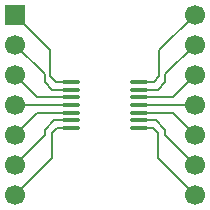
<source format=gbr>
%TF.GenerationSoftware,KiCad,Pcbnew,9.0.3*%
%TF.CreationDate,2025-09-11T11:03:10-04:00*%
%TF.ProjectId,14TSSOPBreakout,31345453-534f-4504-9272-65616b6f7574,rev?*%
%TF.SameCoordinates,Original*%
%TF.FileFunction,Copper,L1,Top*%
%TF.FilePolarity,Positive*%
%FSLAX46Y46*%
G04 Gerber Fmt 4.6, Leading zero omitted, Abs format (unit mm)*
G04 Created by KiCad (PCBNEW 9.0.3) date 2025-09-11 11:03:10*
%MOMM*%
%LPD*%
G01*
G04 APERTURE LIST*
G04 Aperture macros list*
%AMRoundRect*
0 Rectangle with rounded corners*
0 $1 Rounding radius*
0 $2 $3 $4 $5 $6 $7 $8 $9 X,Y pos of 4 corners*
0 Add a 4 corners polygon primitive as box body*
4,1,4,$2,$3,$4,$5,$6,$7,$8,$9,$2,$3,0*
0 Add four circle primitives for the rounded corners*
1,1,$1+$1,$2,$3*
1,1,$1+$1,$4,$5*
1,1,$1+$1,$6,$7*
1,1,$1+$1,$8,$9*
0 Add four rect primitives between the rounded corners*
20,1,$1+$1,$2,$3,$4,$5,0*
20,1,$1+$1,$4,$5,$6,$7,0*
20,1,$1+$1,$6,$7,$8,$9,0*
20,1,$1+$1,$8,$9,$2,$3,0*%
G04 Aperture macros list end*
%TA.AperFunction,ComponentPad*%
%ADD10C,1.700000*%
%TD*%
%TA.AperFunction,ComponentPad*%
%ADD11R,1.700000X1.700000*%
%TD*%
%TA.AperFunction,SMDPad,CuDef*%
%ADD12RoundRect,0.100000X-0.637500X-0.100000X0.637500X-0.100000X0.637500X0.100000X-0.637500X0.100000X0*%
%TD*%
%TA.AperFunction,Conductor*%
%ADD13C,0.200000*%
%TD*%
G04 APERTURE END LIST*
D10*
%TO.P,REF\u002A\u002A,1*%
%TO.N,N/C*%
X152400000Y-76200000D03*
%TO.P,REF\u002A\u002A,2*%
X152400000Y-78740000D03*
%TO.P,REF\u002A\u002A,3*%
X152400000Y-81280000D03*
%TO.P,REF\u002A\u002A,4*%
X152400000Y-83820000D03*
%TO.P,REF\u002A\u002A,5*%
X152400000Y-86360000D03*
%TO.P,REF\u002A\u002A,6*%
X152400000Y-88900000D03*
%TO.P,REF\u002A\u002A,7*%
X152400000Y-91440000D03*
%TD*%
D11*
%TO.P,REF\u002A\u002A,1*%
%TO.N,N/C*%
X137160000Y-76200000D03*
D10*
%TO.P,REF\u002A\u002A,2*%
X137160000Y-78740000D03*
%TO.P,REF\u002A\u002A,3*%
X137160000Y-81280000D03*
%TO.P,REF\u002A\u002A,4*%
X137160000Y-83820000D03*
%TO.P,REF\u002A\u002A,5*%
X137160000Y-86360000D03*
%TO.P,REF\u002A\u002A,6*%
X137160000Y-88900000D03*
%TO.P,REF\u002A\u002A,7*%
X137160000Y-91440000D03*
%TD*%
D12*
%TO.P,REF\u002A\u002A,1*%
%TO.N,N/C*%
X141917500Y-81870000D03*
%TO.P,REF\u002A\u002A,2*%
X141917500Y-82520000D03*
%TO.P,REF\u002A\u002A,3*%
X141917500Y-83170000D03*
%TO.P,REF\u002A\u002A,4*%
X141917500Y-83820000D03*
%TO.P,REF\u002A\u002A,5*%
X141917500Y-84470000D03*
%TO.P,REF\u002A\u002A,6*%
X141917500Y-85120000D03*
%TO.P,REF\u002A\u002A,7*%
X141917500Y-85770000D03*
%TO.P,REF\u002A\u002A,8*%
X147642500Y-85770000D03*
%TO.P,REF\u002A\u002A,9*%
X147642500Y-85120000D03*
%TO.P,REF\u002A\u002A,10*%
X147642500Y-84470000D03*
%TO.P,REF\u002A\u002A,11*%
X147642500Y-83820000D03*
%TO.P,REF\u002A\u002A,12*%
X147642500Y-83170000D03*
%TO.P,REF\u002A\u002A,13*%
X147642500Y-82520000D03*
%TO.P,REF\u002A\u002A,14*%
X147642500Y-81870000D03*
%TD*%
D13*
%TO.N,*%
X148860000Y-85770000D02*
X147632500Y-85770000D01*
X149290000Y-86200000D02*
X148860000Y-85770000D01*
X152390000Y-91440000D02*
X149290000Y-88340000D01*
X149290000Y-88340000D02*
X149290000Y-86200000D01*
X149890000Y-85900000D02*
X149110000Y-85120000D01*
X152390000Y-88900000D02*
X149890000Y-86400000D01*
X149890000Y-86400000D02*
X149890000Y-85900000D01*
X149110000Y-85120000D02*
X147632500Y-85120000D01*
X152390000Y-86360000D02*
X150500000Y-84470000D01*
X149890000Y-81900000D02*
X149270000Y-82520000D01*
X152390000Y-83820000D02*
X147632500Y-83820000D01*
X152390000Y-81280000D02*
X152390000Y-81300000D01*
X149270000Y-82520000D02*
X147632500Y-82520000D01*
X149890000Y-81240000D02*
X149890000Y-81900000D01*
X150520000Y-83170000D02*
X147632500Y-83170000D01*
X152390000Y-78740000D02*
X149890000Y-81240000D01*
X150500000Y-84470000D02*
X147632500Y-84470000D01*
X152390000Y-81300000D02*
X150520000Y-83170000D01*
X148920000Y-81870000D02*
X147632500Y-81870000D01*
X152390000Y-76200000D02*
X149390000Y-79200000D01*
X149390000Y-81400000D02*
X148920000Y-81870000D01*
X149390000Y-79200000D02*
X149390000Y-81400000D01*
X140690000Y-85770000D02*
X141917500Y-85770000D01*
X140260000Y-86200000D02*
X140690000Y-85770000D01*
X137160000Y-91440000D02*
X140260000Y-88340000D01*
X140260000Y-88340000D02*
X140260000Y-86200000D01*
X140440000Y-85120000D02*
X141917500Y-85120000D01*
X139660000Y-85900000D02*
X140440000Y-85120000D01*
X139660000Y-86400000D02*
X139660000Y-85900000D01*
X137160000Y-88900000D02*
X139660000Y-86400000D01*
X140280000Y-82520000D02*
X141917500Y-82520000D01*
X139660000Y-81240000D02*
X139660000Y-81900000D01*
X139660000Y-81900000D02*
X140280000Y-82520000D01*
X137160000Y-78740000D02*
X139660000Y-81240000D01*
X139030000Y-83170000D02*
X141917500Y-83170000D01*
X137160000Y-81300000D02*
X139030000Y-83170000D01*
X137160000Y-81280000D02*
X137160000Y-81300000D01*
X139050000Y-84470000D02*
X141917500Y-84470000D01*
X137160000Y-86360000D02*
X139050000Y-84470000D01*
X137160000Y-83820000D02*
X141917500Y-83820000D01*
X140630000Y-81870000D02*
X141917500Y-81870000D01*
X140160000Y-81400000D02*
X140630000Y-81870000D01*
X140160000Y-79200000D02*
X140160000Y-81400000D01*
X137160000Y-76200000D02*
X140160000Y-79200000D01*
%TD*%
M02*

</source>
